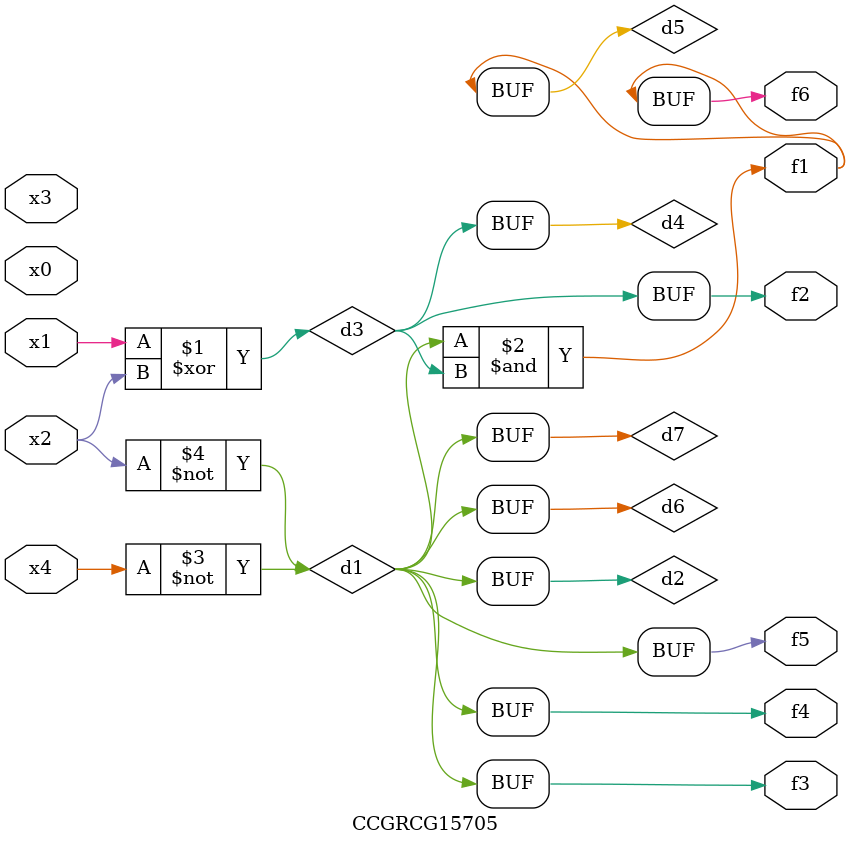
<source format=v>
module CCGRCG15705(
	input x0, x1, x2, x3, x4,
	output f1, f2, f3, f4, f5, f6
);

	wire d1, d2, d3, d4, d5, d6, d7;

	not (d1, x4);
	not (d2, x2);
	xor (d3, x1, x2);
	buf (d4, d3);
	and (d5, d1, d3);
	buf (d6, d1, d2);
	buf (d7, d2);
	assign f1 = d5;
	assign f2 = d4;
	assign f3 = d7;
	assign f4 = d7;
	assign f5 = d7;
	assign f6 = d5;
endmodule

</source>
